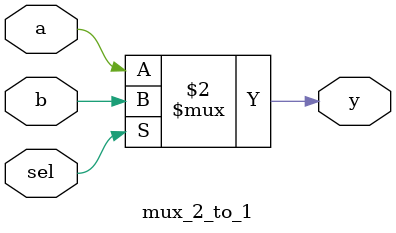
<source format=v>
`timescale 1ns / 1ps


module mux_2_to_1(
input a,b,
input sel,
output y);

assign y = (~sel)?a:b;


endmodule


</source>
